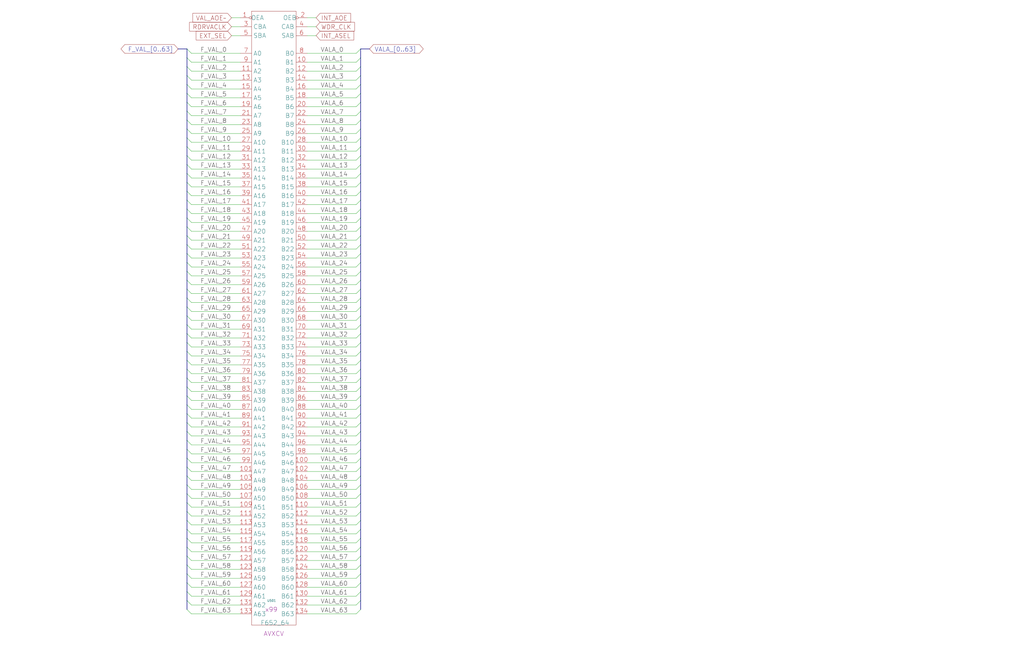
<source format=kicad_sch>
(kicad_sch (version 20230121) (generator eeschema)
  (paper "User" 584.2 378.46)
  (title_block (title "AXCVR\\nVALUE") (date "08-MAR-90") (rev "0.0") (comment 1 "MEM32 BOARD") (comment 2 "232-003066") (comment 3 "S400") (comment 4 "RELEASED"))
  (lib_symbols
    (symbol "r1000:F652_64" (pin_names (offset 1.016))
      (property "Reference" "U" (at 2.54 5.08 0))
      (property "Value" "F652_64" (at -3.81 -7.62 0))
      (property "Location" "___" (at -1.27 0 0))
      (property "Name" "______" (at 3.81 -15.24 0))
      (symbol "F652_64_1_1"
        (circle (center -9.525 337.82) (radius 0.635))
        (rectangle (start -8.89 341.63) (end 16.51 -8.89))
        (circle (center 17.145 337.82) (radius 0.635))
        (pin input line (at -15.24 337.82 0) (length 5.08) (name "OEA") (number "1"))
        (pin bidirectional line (at 22.86 312.42 180) (length 6.35) (name "B1") (number "10"))
        (pin bidirectional line (at 22.86 83.82 180) (length 6.35) (name "B46") (number "100"))
        (pin bidirectional line (at -15.24 78.74 0) (length 6.35) (name "A47") (number "101"))
        (pin bidirectional line (at 22.86 78.74 180) (length 6.35) (name "B47") (number "102"))
        (pin bidirectional line (at -15.24 73.66 0) (length 6.35) (name "A48") (number "103"))
        (pin bidirectional line (at 22.86 73.66 180) (length 6.35) (name "B48") (number "104"))
        (pin bidirectional line (at -15.24 68.58 0) (length 6.35) (name "A49") (number "105"))
        (pin bidirectional line (at 22.86 68.58 180) (length 6.35) (name "B49") (number "106"))
        (pin bidirectional line (at -15.24 63.5 0) (length 6.35) (name "A50") (number "107"))
        (pin bidirectional line (at 22.86 63.5 180) (length 6.35) (name "B50") (number "108"))
        (pin bidirectional line (at -15.24 58.42 0) (length 6.35) (name "A51") (number "109"))
        (pin bidirectional line (at -15.24 307.34 0) (length 6.35) (name "A2") (number "11"))
        (pin bidirectional line (at 22.86 58.42 180) (length 6.35) (name "B51") (number "110"))
        (pin bidirectional line (at -15.24 53.34 0) (length 6.35) (name "A52") (number "111"))
        (pin bidirectional line (at 22.86 53.34 180) (length 6.35) (name "B52") (number "112"))
        (pin bidirectional line (at -15.24 48.26 0) (length 6.35) (name "A53") (number "113"))
        (pin bidirectional line (at 22.86 48.26 180) (length 6.35) (name "B53") (number "114"))
        (pin bidirectional line (at -15.24 43.18 0) (length 6.35) (name "A54") (number "115"))
        (pin bidirectional line (at 22.86 43.18 180) (length 6.35) (name "B54") (number "116"))
        (pin bidirectional line (at -15.24 38.1 0) (length 6.35) (name "A55") (number "117"))
        (pin bidirectional line (at 22.86 38.1 180) (length 6.35) (name "B55") (number "118"))
        (pin bidirectional line (at -15.24 33.02 0) (length 6.35) (name "A56") (number "119"))
        (pin bidirectional line (at 22.86 307.34 180) (length 6.35) (name "B2") (number "12"))
        (pin bidirectional line (at 22.86 33.02 180) (length 6.35) (name "B56") (number "120"))
        (pin bidirectional line (at -15.24 27.94 0) (length 6.35) (name "A57") (number "121"))
        (pin bidirectional line (at 22.86 27.94 180) (length 6.35) (name "B57") (number "122"))
        (pin bidirectional line (at -15.24 22.86 0) (length 6.35) (name "A58") (number "123"))
        (pin bidirectional line (at 22.86 22.86 180) (length 6.35) (name "B58") (number "124"))
        (pin bidirectional line (at -15.24 17.78 0) (length 6.35) (name "A59") (number "125"))
        (pin bidirectional line (at 22.86 17.78 180) (length 6.35) (name "B59") (number "126"))
        (pin bidirectional line (at -15.24 12.7 0) (length 6.35) (name "A60") (number "127"))
        (pin bidirectional line (at 22.86 12.7 180) (length 6.35) (name "B60") (number "128"))
        (pin bidirectional line (at -15.24 7.62 0) (length 6.35) (name "A61") (number "129"))
        (pin bidirectional line (at -15.24 302.26 0) (length 6.35) (name "A3") (number "13"))
        (pin bidirectional line (at 22.86 7.62 180) (length 6.35) (name "B61") (number "130"))
        (pin bidirectional line (at -15.24 2.54 0) (length 6.35) (name "A62") (number "131"))
        (pin bidirectional line (at 22.86 2.54 180) (length 6.35) (name "B62") (number "132"))
        (pin bidirectional line (at -15.24 -2.54 0) (length 6.35) (name "A63") (number "133"))
        (pin bidirectional line (at 22.86 -2.54 180) (length 6.35) (name "B63") (number "134"))
        (pin bidirectional line (at 22.86 302.26 180) (length 6.35) (name "B3") (number "14"))
        (pin bidirectional line (at -15.24 297.18 0) (length 6.35) (name "A4") (number "15"))
        (pin bidirectional line (at 22.86 297.18 180) (length 6.35) (name "B4") (number "16"))
        (pin bidirectional line (at -15.24 292.1 0) (length 6.35) (name "A5") (number "17"))
        (pin bidirectional line (at 22.86 292.1 180) (length 6.35) (name "B5") (number "18"))
        (pin bidirectional line (at -15.24 287.02 0) (length 6.35) (name "A6") (number "19"))
        (pin input line (at 22.86 337.82 180) (length 5.08) (name "OEB") (number "2"))
        (pin bidirectional line (at 22.86 287.02 180) (length 6.35) (name "B6") (number "20"))
        (pin bidirectional line (at -15.24 281.94 0) (length 6.35) (name "A7") (number "21"))
        (pin bidirectional line (at 22.86 281.94 180) (length 6.35) (name "B7") (number "22"))
        (pin bidirectional line (at -15.24 276.86 0) (length 6.35) (name "A8") (number "23"))
        (pin bidirectional line (at 22.86 276.86 180) (length 6.35) (name "B8") (number "24"))
        (pin bidirectional line (at -15.24 271.78 0) (length 6.35) (name "A9") (number "25"))
        (pin bidirectional line (at 22.86 271.78 180) (length 6.35) (name "B9") (number "26"))
        (pin bidirectional line (at -15.24 266.7 0) (length 6.35) (name "A10") (number "27"))
        (pin bidirectional line (at 22.86 266.7 180) (length 6.35) (name "B10") (number "28"))
        (pin bidirectional line (at -15.24 261.62 0) (length 6.35) (name "A11") (number "29"))
        (pin input line (at -15.24 332.74 0) (length 6.35) (name "CBA") (number "3"))
        (pin bidirectional line (at 22.86 261.62 180) (length 6.35) (name "B11") (number "30"))
        (pin bidirectional line (at -15.24 256.54 0) (length 6.35) (name "A12") (number "31"))
        (pin bidirectional line (at 22.86 256.54 180) (length 6.35) (name "B12") (number "32"))
        (pin bidirectional line (at -15.24 251.46 0) (length 6.35) (name "A13") (number "33"))
        (pin bidirectional line (at 22.86 251.46 180) (length 6.35) (name "B13") (number "34"))
        (pin bidirectional line (at -15.24 246.38 0) (length 6.35) (name "A14") (number "35"))
        (pin bidirectional line (at 22.86 246.38 180) (length 6.35) (name "B14") (number "36"))
        (pin bidirectional line (at -15.24 241.3 0) (length 6.35) (name "A15") (number "37"))
        (pin bidirectional line (at 22.86 241.3 180) (length 6.35) (name "B15") (number "38"))
        (pin bidirectional line (at -15.24 236.22 0) (length 6.35) (name "A16") (number "39"))
        (pin input line (at 22.86 332.74 180) (length 6.35) (name "CAB") (number "4"))
        (pin bidirectional line (at 22.86 236.22 180) (length 6.35) (name "B16") (number "40"))
        (pin bidirectional line (at -15.24 231.14 0) (length 6.35) (name "A17") (number "41"))
        (pin bidirectional line (at 22.86 231.14 180) (length 6.35) (name "B17") (number "42"))
        (pin bidirectional line (at -15.24 226.06 0) (length 6.35) (name "A18") (number "43"))
        (pin bidirectional line (at 22.86 226.06 180) (length 6.35) (name "B18") (number "44"))
        (pin bidirectional line (at -15.24 220.98 0) (length 6.35) (name "A19") (number "45"))
        (pin bidirectional line (at 22.86 220.98 180) (length 6.35) (name "B19") (number "46"))
        (pin bidirectional line (at -15.24 215.9 0) (length 6.35) (name "A20") (number "47"))
        (pin bidirectional line (at 22.86 215.9 180) (length 6.35) (name "B20") (number "48"))
        (pin bidirectional line (at -15.24 210.82 0) (length 6.35) (name "A21") (number "49"))
        (pin input line (at -15.24 327.66 0) (length 6.35) (name "SBA") (number "5"))
        (pin bidirectional line (at 22.86 210.82 180) (length 6.35) (name "B21") (number "50"))
        (pin bidirectional line (at -15.24 205.74 0) (length 6.35) (name "A22") (number "51"))
        (pin bidirectional line (at 22.86 205.74 180) (length 6.35) (name "B22") (number "52"))
        (pin bidirectional line (at -15.24 200.66 0) (length 6.35) (name "A23") (number "53"))
        (pin bidirectional line (at 22.86 200.66 180) (length 6.35) (name "B23") (number "54"))
        (pin bidirectional line (at -15.24 195.58 0) (length 6.35) (name "A24") (number "55"))
        (pin bidirectional line (at 22.86 195.58 180) (length 6.35) (name "B24") (number "56"))
        (pin bidirectional line (at -15.24 190.5 0) (length 6.35) (name "A25") (number "57"))
        (pin bidirectional line (at 22.86 190.5 180) (length 6.35) (name "B25") (number "58"))
        (pin bidirectional line (at -15.24 185.42 0) (length 6.35) (name "A26") (number "59"))
        (pin input line (at 22.86 327.66 180) (length 6.35) (name "SAB") (number "6"))
        (pin bidirectional line (at 22.86 185.42 180) (length 6.35) (name "B26") (number "60"))
        (pin bidirectional line (at -15.24 180.34 0) (length 6.35) (name "A27") (number "61"))
        (pin bidirectional line (at 22.86 180.34 180) (length 6.35) (name "B27") (number "62"))
        (pin bidirectional line (at -15.24 175.26 0) (length 6.35) (name "A28") (number "63"))
        (pin bidirectional line (at 22.86 175.26 180) (length 6.35) (name "B28") (number "64"))
        (pin bidirectional line (at -15.24 170.18 0) (length 6.35) (name "A29") (number "65"))
        (pin bidirectional line (at 22.86 170.18 180) (length 6.35) (name "B29") (number "66"))
        (pin bidirectional line (at -15.24 165.1 0) (length 6.35) (name "A30") (number "67"))
        (pin bidirectional line (at 22.86 165.1 180) (length 6.35) (name "B30") (number "68"))
        (pin bidirectional line (at -15.24 160.02 0) (length 6.35) (name "A31") (number "69"))
        (pin bidirectional line (at -15.24 317.5 0) (length 6.35) (name "A0") (number "7"))
        (pin bidirectional line (at 22.86 160.02 180) (length 6.35) (name "B31") (number "70"))
        (pin bidirectional line (at -15.24 154.94 0) (length 6.35) (name "A32") (number "71"))
        (pin bidirectional line (at 22.86 154.94 180) (length 6.35) (name "B32") (number "72"))
        (pin bidirectional line (at -15.24 149.86 0) (length 6.35) (name "A33") (number "73"))
        (pin bidirectional line (at 22.86 149.86 180) (length 6.35) (name "B33") (number "74"))
        (pin bidirectional line (at -15.24 144.78 0) (length 6.35) (name "A34") (number "75"))
        (pin bidirectional line (at 22.86 144.78 180) (length 6.35) (name "B34") (number "76"))
        (pin bidirectional line (at -15.24 139.7 0) (length 6.35) (name "A35") (number "77"))
        (pin bidirectional line (at 22.86 139.7 180) (length 6.35) (name "B35") (number "78"))
        (pin bidirectional line (at -15.24 134.62 0) (length 6.35) (name "A36") (number "79"))
        (pin bidirectional line (at 22.86 317.5 180) (length 6.35) (name "B0") (number "8"))
        (pin bidirectional line (at 22.86 134.62 180) (length 6.35) (name "B36") (number "80"))
        (pin bidirectional line (at -15.24 129.54 0) (length 6.35) (name "A37") (number "81"))
        (pin bidirectional line (at 22.86 129.54 180) (length 6.35) (name "B37") (number "82"))
        (pin bidirectional line (at -15.24 124.46 0) (length 6.35) (name "A38") (number "83"))
        (pin bidirectional line (at 22.86 124.46 180) (length 6.35) (name "B38") (number "84"))
        (pin bidirectional line (at -15.24 119.38 0) (length 6.35) (name "A39") (number "85"))
        (pin bidirectional line (at 22.86 119.38 180) (length 6.35) (name "B39") (number "86"))
        (pin bidirectional line (at -15.24 114.3 0) (length 6.35) (name "A40") (number "87"))
        (pin bidirectional line (at 22.86 114.3 180) (length 6.35) (name "B40") (number "88"))
        (pin bidirectional line (at -15.24 109.22 0) (length 6.35) (name "A41") (number "89"))
        (pin bidirectional line (at -15.24 312.42 0) (length 6.35) (name "A1") (number "9"))
        (pin bidirectional line (at 22.86 109.22 180) (length 6.35) (name "B41") (number "90"))
        (pin bidirectional line (at -15.24 104.14 0) (length 6.35) (name "A42") (number "91"))
        (pin bidirectional line (at 22.86 104.14 180) (length 6.35) (name "B42") (number "92"))
        (pin bidirectional line (at -15.24 99.06 0) (length 6.35) (name "A43") (number "93"))
        (pin bidirectional line (at 22.86 99.06 180) (length 6.35) (name "B43") (number "94"))
        (pin bidirectional line (at -15.24 93.98 0) (length 6.35) (name "A44") (number "95"))
        (pin bidirectional line (at 22.86 93.98 180) (length 6.35) (name "B44") (number "96"))
        (pin bidirectional line (at -15.24 88.9 0) (length 6.35) (name "A45") (number "97"))
        (pin bidirectional line (at 22.86 88.9 180) (length 6.35) (name "B45") (number "98"))
        (pin bidirectional line (at -15.24 83.82 0) (length 6.35) (name "A46") (number "99"))
      )
    )
  )
  (bus_entry (at 106.68 43.18) (size 2.54 2.54))
  (bus_entry (at 106.68 104.14) (size 2.54 2.54))
  (bus_entry (at 106.68 205.74) (size 2.54 2.54))
  (bus_entry (at 106.68 297.18) (size 2.54 2.54))
  (bus_entry (at 205.74 88.9) (size -2.54 2.54))
  (bus_entry (at 106.68 347.98) (size 2.54 2.54))
  (bus_entry (at 205.74 185.42) (size -2.54 2.54))
  (bus_entry (at 106.68 93.98) (size 2.54 2.54))
  (bus_entry (at 205.74 287.02) (size -2.54 2.54))
  (bus_entry (at 205.74 266.7) (size -2.54 2.54))
  (bus_entry (at 106.68 241.3) (size 2.54 2.54))
  (bus_entry (at 205.74 83.82) (size -2.54 2.54))
  (bus_entry (at 106.68 165.1) (size 2.54 2.54))
  (bus_entry (at 106.68 38.1) (size 2.54 2.54))
  (bus_entry (at 205.74 129.54) (size -2.54 2.54))
  (bus_entry (at 106.68 236.22) (size 2.54 2.54))
  (bus_entry (at 205.74 220.98) (size -2.54 2.54))
  (bus_entry (at 205.74 337.82) (size -2.54 2.54))
  (bus_entry (at 205.74 53.34) (size -2.54 2.54))
  (bus_entry (at 205.74 170.18) (size -2.54 2.54))
  (bus_entry (at 205.74 210.82) (size -2.54 2.54))
  (bus_entry (at 106.68 58.42) (size 2.54 2.54))
  (bus_entry (at 106.68 119.38) (size 2.54 2.54))
  (bus_entry (at 106.68 307.34) (size 2.54 2.54))
  (bus_entry (at 205.74 124.46) (size -2.54 2.54))
  (bus_entry (at 106.68 185.42) (size 2.54 2.54))
  (bus_entry (at 205.74 109.22) (size -2.54 2.54))
  (bus_entry (at 106.68 246.38) (size 2.54 2.54))
  (bus_entry (at 205.74 332.74) (size -2.54 2.54))
  (bus_entry (at 205.74 73.66) (size -2.54 2.54))
  (bus_entry (at 106.68 114.3) (size 2.54 2.54))
  (bus_entry (at 106.68 63.5) (size 2.54 2.54))
  (bus_entry (at 205.74 312.42) (size -2.54 2.54))
  (bus_entry (at 205.74 114.3) (size -2.54 2.54))
  (bus_entry (at 205.74 251.46) (size -2.54 2.54))
  (bus_entry (at 205.74 302.26) (size -2.54 2.54))
  (bus_entry (at 106.68 170.18) (size 2.54 2.54))
  (bus_entry (at 205.74 195.58) (size -2.54 2.54))
  (bus_entry (at 205.74 99.06) (size -2.54 2.54))
  (bus_entry (at 106.68 180.34) (size 2.54 2.54))
  (bus_entry (at 106.68 322.58) (size 2.54 2.54))
  (bus_entry (at 205.74 347.98) (size -2.54 2.54))
  (bus_entry (at 106.68 210.82) (size 2.54 2.54))
  (bus_entry (at 205.74 58.42) (size -2.54 2.54))
  (bus_entry (at 106.68 99.06) (size 2.54 2.54))
  (bus_entry (at 205.74 342.9) (size -2.54 2.54))
  (bus_entry (at 106.68 144.78) (size 2.54 2.54))
  (bus_entry (at 205.74 63.5) (size -2.54 2.54))
  (bus_entry (at 106.68 48.26) (size 2.54 2.54))
  (bus_entry (at 205.74 231.14) (size -2.54 2.54))
  (bus_entry (at 106.68 78.74) (size 2.54 2.54))
  (bus_entry (at 205.74 276.86) (size -2.54 2.54))
  (bus_entry (at 106.68 33.02) (size 2.54 2.54))
  (bus_entry (at 106.68 83.82) (size 2.54 2.54))
  (bus_entry (at 106.68 317.5) (size 2.54 2.54))
  (bus_entry (at 106.68 139.7) (size 2.54 2.54))
  (bus_entry (at 106.68 88.9) (size 2.54 2.54))
  (bus_entry (at 205.74 307.34) (size -2.54 2.54))
  (bus_entry (at 106.68 251.46) (size 2.54 2.54))
  (bus_entry (at 205.74 281.94) (size -2.54 2.54))
  (bus_entry (at 205.74 261.62) (size -2.54 2.54))
  (bus_entry (at 205.74 256.54) (size -2.54 2.54))
  (bus_entry (at 106.68 281.94) (size 2.54 2.54))
  (bus_entry (at 106.68 271.78) (size 2.54 2.54))
  (bus_entry (at 205.74 33.02) (size -2.54 2.54))
  (bus_entry (at 106.68 261.62) (size 2.54 2.54))
  (bus_entry (at 205.74 190.5) (size -2.54 2.54))
  (bus_entry (at 205.74 119.38) (size -2.54 2.54))
  (bus_entry (at 205.74 236.22) (size -2.54 2.54))
  (bus_entry (at 205.74 175.26) (size -2.54 2.54))
  (bus_entry (at 106.68 27.94) (size 2.54 2.54))
  (bus_entry (at 106.68 134.62) (size 2.54 2.54))
  (bus_entry (at 106.68 149.86) (size 2.54 2.54))
  (bus_entry (at 106.68 129.54) (size 2.54 2.54))
  (bus_entry (at 106.68 195.58) (size 2.54 2.54))
  (bus_entry (at 106.68 287.02) (size 2.54 2.54))
  (bus_entry (at 205.74 93.98) (size -2.54 2.54))
  (bus_entry (at 205.74 149.86) (size -2.54 2.54))
  (bus_entry (at 106.68 160.02) (size 2.54 2.54))
  (bus_entry (at 205.74 48.26) (size -2.54 2.54))
  (bus_entry (at 205.74 104.14) (size -2.54 2.54))
  (bus_entry (at 205.74 160.02) (size -2.54 2.54))
  (bus_entry (at 205.74 297.18) (size -2.54 2.54))
  (bus_entry (at 205.74 139.7) (size -2.54 2.54))
  (bus_entry (at 106.68 332.74) (size 2.54 2.54))
  (bus_entry (at 106.68 200.66) (size 2.54 2.54))
  (bus_entry (at 106.68 124.46) (size 2.54 2.54))
  (bus_entry (at 106.68 266.7) (size 2.54 2.54))
  (bus_entry (at 205.74 134.62) (size -2.54 2.54))
  (bus_entry (at 205.74 144.78) (size -2.54 2.54))
  (bus_entry (at 205.74 322.58) (size -2.54 2.54))
  (bus_entry (at 205.74 215.9) (size -2.54 2.54))
  (bus_entry (at 106.68 327.66) (size 2.54 2.54))
  (bus_entry (at 205.74 27.94) (size -2.54 2.54))
  (bus_entry (at 106.68 73.66) (size 2.54 2.54))
  (bus_entry (at 205.74 200.66) (size -2.54 2.54))
  (bus_entry (at 106.68 231.14) (size 2.54 2.54))
  (bus_entry (at 205.74 165.1) (size -2.54 2.54))
  (bus_entry (at 205.74 180.34) (size -2.54 2.54))
  (bus_entry (at 106.68 256.54) (size 2.54 2.54))
  (bus_entry (at 205.74 68.58) (size -2.54 2.54))
  (bus_entry (at 205.74 205.74) (size -2.54 2.54))
  (bus_entry (at 106.68 292.1) (size 2.54 2.54))
  (bus_entry (at 106.68 276.86) (size 2.54 2.54))
  (bus_entry (at 205.74 154.94) (size -2.54 2.54))
  (bus_entry (at 106.68 175.26) (size 2.54 2.54))
  (bus_entry (at 205.74 246.38) (size -2.54 2.54))
  (bus_entry (at 106.68 220.98) (size 2.54 2.54))
  (bus_entry (at 205.74 43.18) (size -2.54 2.54))
  (bus_entry (at 106.68 109.22) (size 2.54 2.54))
  (bus_entry (at 205.74 327.66) (size -2.54 2.54))
  (bus_entry (at 106.68 68.58) (size 2.54 2.54))
  (bus_entry (at 106.68 342.9) (size 2.54 2.54))
  (bus_entry (at 205.74 78.74) (size -2.54 2.54))
  (bus_entry (at 205.74 226.06) (size -2.54 2.54))
  (bus_entry (at 205.74 317.5) (size -2.54 2.54))
  (bus_entry (at 106.68 226.06) (size 2.54 2.54))
  (bus_entry (at 205.74 38.1) (size -2.54 2.54))
  (bus_entry (at 106.68 215.9) (size 2.54 2.54))
  (bus_entry (at 106.68 312.42) (size 2.54 2.54))
  (bus_entry (at 205.74 292.1) (size -2.54 2.54))
  (bus_entry (at 106.68 302.26) (size 2.54 2.54))
  (bus_entry (at 106.68 190.5) (size 2.54 2.54))
  (bus_entry (at 106.68 53.34) (size 2.54 2.54))
  (bus_entry (at 205.74 241.3) (size -2.54 2.54))
  (bus_entry (at 106.68 337.82) (size 2.54 2.54))
  (bus_entry (at 106.68 154.94) (size 2.54 2.54))
  (bus_entry (at 205.74 271.78) (size -2.54 2.54))
  (wire (pts (xy 175.26 340.36) (xy 203.2 340.36)))
  (bus (pts (xy 205.74 236.22) (xy 205.74 241.3)))
  (wire (pts (xy 175.26 147.32) (xy 203.2 147.32)))
  (wire (pts (xy 109.22 147.32) (xy 137.16 147.32)))
  (wire (pts (xy 109.22 274.32) (xy 137.16 274.32)))
  (bus (pts (xy 205.74 220.98) (xy 205.74 226.06)))
  (bus (pts (xy 205.74 99.06) (xy 205.74 104.14)))
  (bus (pts (xy 205.74 337.82) (xy 205.74 342.9)))
  (bus (pts (xy 205.74 160.02) (xy 205.74 165.1)))
  (bus (pts (xy 205.74 149.86) (xy 205.74 154.94)))
  (wire (pts (xy 175.26 248.92) (xy 203.2 248.92)))
  (wire (pts (xy 175.26 213.36) (xy 203.2 213.36)))
  (wire (pts (xy 175.26 325.12) (xy 203.2 325.12)))
  (bus (pts (xy 205.74 302.26) (xy 205.74 307.34)))
  (wire (pts (xy 175.26 152.4) (xy 203.2 152.4)))
  (wire (pts (xy 175.26 345.44) (xy 203.2 345.44)))
  (wire (pts (xy 175.26 264.16) (xy 203.2 264.16)))
  (wire (pts (xy 175.26 208.28) (xy 203.2 208.28)))
  (wire (pts (xy 175.26 132.08) (xy 203.2 132.08)))
  (wire (pts (xy 109.22 330.2) (xy 137.16 330.2)))
  (wire (pts (xy 109.22 111.76) (xy 137.16 111.76)))
  (wire (pts (xy 109.22 127) (xy 137.16 127)))
  (bus (pts (xy 106.68 139.7) (xy 106.68 144.78)))
  (wire (pts (xy 175.26 86.36) (xy 203.2 86.36)))
  (wire (pts (xy 109.22 45.72) (xy 137.16 45.72)))
  (bus (pts (xy 205.74 332.74) (xy 205.74 337.82)))
  (wire (pts (xy 132.08 15.24) (xy 137.16 15.24)))
  (bus (pts (xy 205.74 175.26) (xy 205.74 180.34)))
  (bus (pts (xy 205.74 271.78) (xy 205.74 276.86)))
  (bus (pts (xy 205.74 119.38) (xy 205.74 124.46)))
  (bus (pts (xy 205.74 109.22) (xy 205.74 114.3)))
  (wire (pts (xy 175.26 314.96) (xy 203.2 314.96)))
  (bus (pts (xy 106.68 73.66) (xy 106.68 78.74)))
  (wire (pts (xy 109.22 101.6) (xy 137.16 101.6)))
  (wire (pts (xy 175.26 76.2) (xy 203.2 76.2)))
  (wire (pts (xy 175.26 127) (xy 203.2 127)))
  (wire (pts (xy 109.22 66.04) (xy 137.16 66.04)))
  (wire (pts (xy 109.22 350.52) (xy 137.16 350.52)))
  (wire (pts (xy 109.22 172.72) (xy 137.16 172.72)))
  (wire (pts (xy 175.26 289.56) (xy 203.2 289.56)))
  (wire (pts (xy 175.26 91.44) (xy 203.2 91.44)))
  (bus (pts (xy 205.74 190.5) (xy 205.74 195.58)))
  (bus (pts (xy 106.68 200.66) (xy 106.68 205.74)))
  (wire (pts (xy 109.22 294.64) (xy 137.16 294.64)))
  (bus (pts (xy 205.74 205.74) (xy 205.74 210.82)))
  (bus (pts (xy 205.74 256.54) (xy 205.74 261.62)))
  (wire (pts (xy 175.26 294.64) (xy 203.2 294.64)))
  (bus (pts (xy 205.74 210.82) (xy 205.74 215.9)))
  (bus (pts (xy 205.74 307.34) (xy 205.74 312.42)))
  (wire (pts (xy 175.26 111.76) (xy 203.2 111.76)))
  (wire (pts (xy 109.22 35.56) (xy 137.16 35.56)))
  (wire (pts (xy 109.22 116.84) (xy 137.16 116.84)))
  (bus (pts (xy 106.68 322.58) (xy 106.68 327.66)))
  (bus (pts (xy 205.74 266.7) (xy 205.74 271.78)))
  (bus (pts (xy 106.68 276.86) (xy 106.68 281.94)))
  (wire (pts (xy 175.26 304.8) (xy 203.2 304.8)))
  (wire (pts (xy 109.22 218.44) (xy 137.16 218.44)))
  (bus (pts (xy 205.74 215.9) (xy 205.74 220.98)))
  (wire (pts (xy 109.22 142.24) (xy 137.16 142.24)))
  (bus (pts (xy 205.74 88.9) (xy 205.74 93.98)))
  (wire (pts (xy 175.26 193.04) (xy 203.2 193.04)))
  (wire (pts (xy 175.26 187.96) (xy 203.2 187.96)))
  (bus (pts (xy 205.74 195.58) (xy 205.74 200.66)))
  (bus (pts (xy 106.68 180.34) (xy 106.68 185.42)))
  (wire (pts (xy 175.26 350.52) (xy 203.2 350.52)))
  (wire (pts (xy 175.26 137.16) (xy 203.2 137.16)))
  (bus (pts (xy 205.74 246.38) (xy 205.74 251.46)))
  (wire (pts (xy 109.22 279.4) (xy 137.16 279.4)))
  (wire (pts (xy 109.22 96.52) (xy 137.16 96.52)))
  (bus (pts (xy 106.68 170.18) (xy 106.68 175.26)))
  (bus (pts (xy 205.74 144.78) (xy 205.74 149.86)))
  (bus (pts (xy 205.74 241.3) (xy 205.74 246.38)))
  (wire (pts (xy 109.22 238.76) (xy 137.16 238.76)))
  (bus (pts (xy 205.74 317.5) (xy 205.74 322.58)))
  (wire (pts (xy 109.22 132.08) (xy 137.16 132.08)))
  (bus (pts (xy 205.74 261.62) (xy 205.74 266.7)))
  (wire (pts (xy 175.26 106.68) (xy 203.2 106.68)))
  (bus (pts (xy 106.68 190.5) (xy 106.68 195.58)))
  (wire (pts (xy 132.08 20.32) (xy 137.16 20.32)))
  (wire (pts (xy 132.08 10.16) (xy 137.16 10.16)))
  (wire (pts (xy 175.26 116.84) (xy 203.2 116.84)))
  (wire (pts (xy 175.26 71.12) (xy 203.2 71.12)))
  (wire (pts (xy 109.22 320.04) (xy 137.16 320.04)))
  (bus (pts (xy 205.74 48.26) (xy 205.74 53.34)))
  (bus (pts (xy 205.74 292.1) (xy 205.74 297.18)))
  (wire (pts (xy 109.22 198.12) (xy 137.16 198.12)))
  (wire (pts (xy 175.26 15.24) (xy 180.34 15.24)))
  (bus (pts (xy 106.68 337.82) (xy 106.68 342.9)))
  (bus (pts (xy 205.74 27.94) (xy 205.74 33.02)))
  (wire (pts (xy 109.22 254) (xy 137.16 254)))
  (bus (pts (xy 106.68 231.14) (xy 106.68 236.22)))
  (wire (pts (xy 109.22 152.4) (xy 137.16 152.4)))
  (bus (pts (xy 106.68 109.22) (xy 106.68 114.3)))
  (bus (pts (xy 205.74 200.66) (xy 205.74 205.74)))
  (wire (pts (xy 109.22 228.6) (xy 137.16 228.6)))
  (bus (pts (xy 106.68 99.06) (xy 106.68 104.14)))
  (bus (pts (xy 205.74 134.62) (xy 205.74 139.7)))
  (bus (pts (xy 106.68 58.42) (xy 106.68 63.5)))
  (wire (pts (xy 175.26 223.52) (xy 203.2 223.52)))
  (bus (pts (xy 205.74 281.94) (xy 205.74 287.02)))
  (bus (pts (xy 205.74 83.82) (xy 205.74 88.9)))
  (wire (pts (xy 175.26 30.48) (xy 203.2 30.48)))
  (wire (pts (xy 175.26 228.6) (xy 203.2 228.6)))
  (wire (pts (xy 109.22 162.56) (xy 137.16 162.56)))
  (wire (pts (xy 109.22 71.12) (xy 137.16 71.12)))
  (wire (pts (xy 175.26 162.56) (xy 203.2 162.56)))
  (bus (pts (xy 106.68 256.54) (xy 106.68 261.62)))
  (wire (pts (xy 175.26 299.72) (xy 203.2 299.72)))
  (wire (pts (xy 109.22 289.56) (xy 137.16 289.56)))
  (bus (pts (xy 106.68 292.1) (xy 106.68 297.18)))
  (wire (pts (xy 109.22 157.48) (xy 137.16 157.48)))
  (bus (pts (xy 106.68 205.74) (xy 106.68 210.82)))
  (wire (pts (xy 109.22 193.04) (xy 137.16 193.04)))
  (wire (pts (xy 109.22 40.64) (xy 137.16 40.64)))
  (wire (pts (xy 175.26 233.68) (xy 203.2 233.68)))
  (bus (pts (xy 205.74 38.1) (xy 205.74 43.18)))
  (bus (pts (xy 106.68 302.26) (xy 106.68 307.34)))
  (bus (pts (xy 106.68 165.1) (xy 106.68 170.18)))
  (wire (pts (xy 109.22 182.88) (xy 137.16 182.88)))
  (bus (pts (xy 205.74 124.46) (xy 205.74 129.54)))
  (bus (pts (xy 106.68 241.3) (xy 106.68 246.38)))
  (wire (pts (xy 109.22 299.72) (xy 137.16 299.72)))
  (wire (pts (xy 109.22 121.92) (xy 137.16 121.92)))
  (wire (pts (xy 175.26 60.96) (xy 203.2 60.96)))
  (bus (pts (xy 106.68 124.46) (xy 106.68 129.54)))
  (wire (pts (xy 175.26 96.52) (xy 203.2 96.52)))
  (wire (pts (xy 109.22 304.8) (xy 137.16 304.8)))
  (bus (pts (xy 106.68 119.38) (xy 106.68 124.46)))
  (bus (pts (xy 106.68 129.54) (xy 106.68 134.62)))
  (wire (pts (xy 175.26 20.32) (xy 180.34 20.32)))
  (wire (pts (xy 109.22 248.92) (xy 137.16 248.92)))
  (wire (pts (xy 175.26 66.04) (xy 203.2 66.04)))
  (bus (pts (xy 106.68 185.42) (xy 106.68 190.5)))
  (bus (pts (xy 205.74 312.42) (xy 205.74 317.5)))
  (wire (pts (xy 175.26 279.4) (xy 203.2 279.4)))
  (wire (pts (xy 109.22 91.44) (xy 137.16 91.44)))
  (bus (pts (xy 106.68 251.46) (xy 106.68 256.54)))
  (wire (pts (xy 175.26 121.92) (xy 203.2 121.92)))
  (wire (pts (xy 175.26 320.04) (xy 203.2 320.04)))
  (bus (pts (xy 106.68 261.62) (xy 106.68 266.7)))
  (bus (pts (xy 106.68 342.9) (xy 106.68 347.98)))
  (bus (pts (xy 106.68 27.94) (xy 106.68 33.02)))
  (bus (pts (xy 106.68 144.78) (xy 106.68 149.86)))
  (bus (pts (xy 205.74 93.98) (xy 205.74 99.06)))
  (bus (pts (xy 205.74 43.18) (xy 205.74 48.26)))
  (bus (pts (xy 106.68 149.86) (xy 106.68 154.94)))
  (wire (pts (xy 175.26 50.8) (xy 203.2 50.8)))
  (wire (pts (xy 175.26 330.2) (xy 203.2 330.2)))
  (wire (pts (xy 109.22 187.96) (xy 137.16 187.96)))
  (bus (pts (xy 106.68 48.26) (xy 106.68 53.34)))
  (bus (pts (xy 205.74 231.14) (xy 205.74 236.22)))
  (bus (pts (xy 205.74 33.02) (xy 205.74 38.1)))
  (bus (pts (xy 106.68 134.62) (xy 106.68 139.7)))
  (wire (pts (xy 109.22 81.28) (xy 137.16 81.28)))
  (bus (pts (xy 106.68 307.34) (xy 106.68 312.42)))
  (wire (pts (xy 109.22 213.36) (xy 137.16 213.36)))
  (bus (pts (xy 205.74 154.94) (xy 205.74 160.02)))
  (bus (pts (xy 205.74 170.18) (xy 205.74 175.26)))
  (wire (pts (xy 109.22 269.24) (xy 137.16 269.24)))
  (bus (pts (xy 205.74 165.1) (xy 205.74 170.18)))
  (wire (pts (xy 175.26 10.16) (xy 180.34 10.16)))
  (bus (pts (xy 101.6 27.94) (xy 106.68 27.94)))
  (wire (pts (xy 175.26 269.24) (xy 203.2 269.24)))
  (bus (pts (xy 106.68 236.22) (xy 106.68 241.3)))
  (wire (pts (xy 175.26 167.64) (xy 203.2 167.64)))
  (wire (pts (xy 109.22 30.48) (xy 137.16 30.48)))
  (wire (pts (xy 175.26 101.6) (xy 203.2 101.6)))
  (wire (pts (xy 175.26 284.48) (xy 203.2 284.48)))
  (wire (pts (xy 109.22 167.64) (xy 137.16 167.64)))
  (wire (pts (xy 175.26 81.28) (xy 203.2 81.28)))
  (wire (pts (xy 175.26 309.88) (xy 203.2 309.88)))
  (bus (pts (xy 205.74 287.02) (xy 205.74 292.1)))
  (wire (pts (xy 175.26 157.48) (xy 203.2 157.48)))
  (wire (pts (xy 175.26 35.56) (xy 203.2 35.56)))
  (wire (pts (xy 109.22 340.36) (xy 137.16 340.36)))
  (wire (pts (xy 175.26 177.8) (xy 203.2 177.8)))
  (wire (pts (xy 109.22 243.84) (xy 137.16 243.84)))
  (wire (pts (xy 109.22 314.96) (xy 137.16 314.96)))
  (bus (pts (xy 106.68 317.5) (xy 106.68 322.58)))
  (wire (pts (xy 109.22 309.88) (xy 137.16 309.88)))
  (wire (pts (xy 175.26 182.88) (xy 203.2 182.88)))
  (bus (pts (xy 205.74 226.06) (xy 205.74 231.14)))
  (wire (pts (xy 109.22 55.88) (xy 137.16 55.88)))
  (wire (pts (xy 175.26 203.2) (xy 203.2 203.2)))
  (wire (pts (xy 175.26 254) (xy 203.2 254)))
  (wire (pts (xy 109.22 259.08) (xy 137.16 259.08)))
  (bus (pts (xy 106.68 154.94) (xy 106.68 160.02)))
  (bus (pts (xy 106.68 114.3) (xy 106.68 119.38)))
  (bus (pts (xy 106.68 312.42) (xy 106.68 317.5)))
  (wire (pts (xy 109.22 233.68) (xy 137.16 233.68)))
  (bus (pts (xy 205.74 322.58) (xy 205.74 327.66)))
  (bus (pts (xy 106.68 220.98) (xy 106.68 226.06)))
  (bus (pts (xy 205.74 68.58) (xy 205.74 73.66)))
  (bus (pts (xy 106.68 104.14) (xy 106.68 109.22)))
  (bus (pts (xy 205.74 78.74) (xy 205.74 83.82)))
  (wire (pts (xy 109.22 76.2) (xy 137.16 76.2)))
  (wire (pts (xy 175.26 274.32) (xy 203.2 274.32)))
  (wire (pts (xy 109.22 335.28) (xy 137.16 335.28)))
  (bus (pts (xy 106.68 160.02) (xy 106.68 165.1)))
  (wire (pts (xy 175.26 218.44) (xy 203.2 218.44)))
  (wire (pts (xy 109.22 86.36) (xy 137.16 86.36)))
  (bus (pts (xy 205.74 342.9) (xy 205.74 347.98)))
  (bus (pts (xy 106.68 43.18) (xy 106.68 48.26)))
  (wire (pts (xy 175.26 238.76) (xy 203.2 238.76)))
  (bus (pts (xy 106.68 327.66) (xy 106.68 332.74)))
  (wire (pts (xy 109.22 60.96) (xy 137.16 60.96)))
  (wire (pts (xy 175.26 172.72) (xy 203.2 172.72)))
  (bus (pts (xy 205.74 251.46) (xy 205.74 256.54)))
  (bus (pts (xy 106.68 287.02) (xy 106.68 292.1)))
  (wire (pts (xy 175.26 142.24) (xy 203.2 142.24)))
  (bus (pts (xy 106.68 246.38) (xy 106.68 251.46)))
  (bus (pts (xy 205.74 53.34) (xy 205.74 58.42)))
  (bus (pts (xy 106.68 332.74) (xy 106.68 337.82)))
  (bus (pts (xy 205.74 58.42) (xy 205.74 63.5)))
  (bus (pts (xy 205.74 114.3) (xy 205.74 119.38)))
  (wire (pts (xy 109.22 325.12) (xy 137.16 325.12)))
  (bus (pts (xy 106.68 93.98) (xy 106.68 99.06)))
  (bus (pts (xy 106.68 63.5) (xy 106.68 68.58)))
  (bus (pts (xy 106.68 271.78) (xy 106.68 276.86)))
  (bus (pts (xy 205.74 63.5) (xy 205.74 68.58)))
  (bus (pts (xy 205.74 180.34) (xy 205.74 185.42)))
  (wire (pts (xy 175.26 198.12) (xy 203.2 198.12)))
  (bus (pts (xy 205.74 104.14) (xy 205.74 109.22)))
  (wire (pts (xy 175.26 45.72) (xy 203.2 45.72)))
  (wire (pts (xy 175.26 335.28) (xy 203.2 335.28)))
  (bus (pts (xy 205.74 327.66) (xy 205.74 332.74)))
  (bus (pts (xy 205.74 139.7) (xy 205.74 144.78)))
  (bus (pts (xy 106.68 83.82) (xy 106.68 88.9)))
  (wire (pts (xy 109.22 177.8) (xy 137.16 177.8)))
  (wire (pts (xy 109.22 208.28) (xy 137.16 208.28)))
  (bus (pts (xy 106.68 175.26) (xy 106.68 180.34)))
  (bus (pts (xy 205.74 185.42) (xy 205.74 190.5)))
  (wire (pts (xy 109.22 106.68) (xy 137.16 106.68)))
  (bus (pts (xy 210.82 27.94) (xy 205.74 27.94)))
  (bus (pts (xy 106.68 88.9) (xy 106.68 93.98)))
  (wire (pts (xy 175.26 259.08) (xy 203.2 259.08)))
  (bus (pts (xy 106.68 226.06) (xy 106.68 231.14)))
  (bus (pts (xy 106.68 53.34) (xy 106.68 58.42)))
  (bus (pts (xy 106.68 210.82) (xy 106.68 215.9)))
  (wire (pts (xy 109.22 50.8) (xy 137.16 50.8)))
  (bus (pts (xy 106.68 33.02) (xy 106.68 38.1)))
  (bus (pts (xy 106.68 215.9) (xy 106.68 220.98)))
  (bus (pts (xy 106.68 266.7) (xy 106.68 271.78)))
  (bus (pts (xy 106.68 78.74) (xy 106.68 83.82)))
  (bus (pts (xy 205.74 73.66) (xy 205.74 78.74)))
  (wire (pts (xy 175.26 40.64) (xy 203.2 40.64)))
  (wire (pts (xy 175.26 243.84) (xy 203.2 243.84)))
  (wire (pts (xy 109.22 137.16) (xy 137.16 137.16)))
  (wire (pts (xy 109.22 345.44) (xy 137.16 345.44)))
  (bus (pts (xy 205.74 129.54) (xy 205.74 134.62)))
  (bus (pts (xy 205.74 297.18) (xy 205.74 302.26)))
  (bus (pts (xy 106.68 297.18) (xy 106.68 302.26)))
  (bus (pts (xy 106.68 68.58) (xy 106.68 73.66)))
  (bus (pts (xy 106.68 38.1) (xy 106.68 43.18)))
  (wire (pts (xy 109.22 284.48) (xy 137.16 284.48)))
  (bus (pts (xy 106.68 281.94) (xy 106.68 287.02)))
  (bus (pts (xy 106.68 195.58) (xy 106.68 200.66)))
  (wire (pts (xy 109.22 223.52) (xy 137.16 223.52)))
  (bus (pts (xy 205.74 276.86) (xy 205.74 281.94)))
  (wire (pts (xy 175.26 55.88) (xy 203.2 55.88)))
  (wire (pts (xy 109.22 203.2) (xy 137.16 203.2)))
  (wire (pts (xy 109.22 264.16) (xy 137.16 264.16)))
  (label "VALA_23" (at 182.88 147.32 0) (effects (font (size 2.54 2.54))))
  (label "VALA_17" (at 182.88 116.84 0) (effects (font (size 2.54 2.54))))
  (label "F_VAL_43" (at 114.3 248.92 0) (effects (font (size 2.54 2.54))))
  (label "F_VAL_11" (at 114.3 86.36 0) (effects (font (size 2.54 2.54))))
  (label "F_VAL_26" (at 114.3 162.56 0) (effects (font (size 2.54 2.54))))
  (label "VALA_34" (at 182.88 203.2 0) (effects (font (size 2.54 2.54))))
  (label "VALA_57" (at 182.88 320.04 0) (effects (font (size 2.54 2.54))))
  (label "F_VAL_49" (at 114.3 279.4 0) (effects (font (size 2.54 2.54))))
  (label "VALA_50" (at 182.88 284.48 0) (effects (font (size 2.54 2.54))))
  (label "F_VAL_24" (at 114.3 152.4 0) (effects (font (size 2.54 2.54))))
  (label "VALA_61" (at 182.88 340.36 0) (effects (font (size 2.54 2.54))))
  (label "VALA_21" (at 182.88 137.16 0) (effects (font (size 2.54 2.54))))
  (label "F_VAL_60" (at 114.3 335.28 0) (effects (font (size 2.54 2.54))))
  (label "VALA_39" (at 182.88 228.6 0) (effects (font (size 2.54 2.54))))
  (label "VALA_54" (at 182.88 304.8 0) (effects (font (size 2.54 2.54))))
  (label "F_VAL_21" (at 114.3 137.16 0) (effects (font (size 2.54 2.54))))
  (label "VALA_41" (at 182.88 238.76 0) (effects (font (size 2.54 2.54))))
  (label "VALA_28" (at 182.88 172.72 0) (effects (font (size 2.54 2.54))))
  (label "VALA_6" (at 182.88 60.96 0) (effects (font (size 2.54 2.54))))
  (label "F_VAL_17" (at 114.3 116.84 0) (effects (font (size 2.54 2.54))))
  (label "VALA_5" (at 182.88 55.88 0) (effects (font (size 2.54 2.54))))
  (label "F_VAL_63" (at 114.3 350.52 0) (effects (font (size 2.54 2.54))))
  (label "F_VAL_38" (at 114.3 223.52 0) (effects (font (size 2.54 2.54))))
  (label "VALA_26" (at 182.88 162.56 0) (effects (font (size 2.54 2.54))))
  (label "VALA_59" (at 182.88 330.2 0) (effects (font (size 2.54 2.54))))
  (label "VALA_7" (at 182.88 66.04 0) (effects (font (size 2.54 2.54))))
  (label "VALA_30" (at 182.88 182.88 0) (effects (font (size 2.54 2.54))))
  (label "F_VAL_5" (at 114.3 55.88 0) (effects (font (size 2.54 2.54))))
  (label "F_VAL_30" (at 114.3 182.88 0) (effects (font (size 2.54 2.54))))
  (label "VALA_36" (at 182.88 213.36 0) (effects (font (size 2.54 2.54))))
  (label "F_VAL_20" (at 114.3 132.08 0) (effects (font (size 2.54 2.54))))
  (label "VALA_9" (at 182.88 76.2 0) (effects (font (size 2.54 2.54))))
  (label "VALA_10" (at 182.88 81.28 0) (effects (font (size 2.54 2.54))))
  (label "VALA_60" (at 182.88 335.28 0) (effects (font (size 2.54 2.54))))
  (label "VALA_2" (at 182.88 40.64 0) (effects (font (size 2.54 2.54))))
  (label "F_VAL_13" (at 114.3 96.52 0) (effects (font (size 2.54 2.54))))
  (label "VALA_35" (at 182.88 208.28 0) (effects (font (size 2.54 2.54))))
  (label "F_VAL_53" (at 114.3 299.72 0) (effects (font (size 2.54 2.54))))
  (label "VALA_43" (at 182.88 248.92 0) (effects (font (size 2.54 2.54))))
  (label "VALA_3" (at 182.88 45.72 0) (effects (font (size 2.54 2.54))))
  (label "F_VAL_1" (at 114.3 35.56 0) (effects (font (size 2.54 2.54))))
  (label "VALA_55" (at 182.88 309.88 0) (effects (font (size 2.54 2.54))))
  (label "F_VAL_48" (at 114.3 274.32 0) (effects (font (size 2.54 2.54))))
  (label "F_VAL_22" (at 114.3 142.24 0) (effects (font (size 2.54 2.54))))
  (label "F_VAL_3" (at 114.3 45.72 0) (effects (font (size 2.54 2.54))))
  (label "VALA_19" (at 182.88 127 0) (effects (font (size 2.54 2.54))))
  (label "F_VAL_45" (at 114.3 259.08 0) (effects (font (size 2.54 2.54))))
  (label "F_VAL_4" (at 114.3 50.8 0) (effects (font (size 2.54 2.54))))
  (label "VALA_15" (at 182.88 106.68 0) (effects (font (size 2.54 2.54))))
  (label "F_VAL_29" (at 114.3 177.8 0) (effects (font (size 2.54 2.54))))
  (label "F_VAL_57" (at 114.3 320.04 0) (effects (font (size 2.54 2.54))))
  (label "F_VAL_46" (at 114.3 264.16 0) (effects (font (size 2.54 2.54))))
  (label "F_VAL_19" (at 114.3 127 0) (effects (font (size 2.54 2.54))))
  (label "F_VAL_8" (at 114.3 71.12 0) (effects (font (size 2.54 2.54))))
  (label "F_VAL_23" (at 114.3 147.32 0) (effects (font (size 2.54 2.54))))
  (label "VALA_45" (at 182.88 259.08 0) (effects (font (size 2.54 2.54))))
  (label "F_VAL_12" (at 114.3 91.44 0) (effects (font (size 2.54 2.54))))
  (label "F_VAL_18" (at 114.3 121.92 0) (effects (font (size 2.54 2.54))))
  (label "VALA_33" (at 182.88 198.12 0) (effects (font (size 2.54 2.54))))
  (label "VALA_14" (at 182.88 101.6 0) (effects (font (size 2.54 2.54))))
  (label "F_VAL_50" (at 114.3 284.48 0) (effects (font (size 2.54 2.54))))
  (label "F_VAL_56" (at 114.3 314.96 0) (effects (font (size 2.54 2.54))))
  (label "F_VAL_61" (at 114.3 340.36 0) (effects (font (size 2.54 2.54))))
  (label "VALA_31" (at 182.88 187.96 0) (effects (font (size 2.54 2.54))))
  (label "F_VAL_58" (at 114.3 325.12 0) (effects (font (size 2.54 2.54))))
  (label "F_VAL_41" (at 114.3 238.76 0) (effects (font (size 2.54 2.54))))
  (label "F_VAL_54" (at 114.3 304.8 0) (effects (font (size 2.54 2.54))))
  (label "F_VAL_15" (at 114.3 106.68 0) (effects (font (size 2.54 2.54))))
  (label "F_VAL_55" (at 114.3 309.88 0) (effects (font (size 2.54 2.54))))
  (label "VALA_56" (at 182.88 314.96 0) (effects (font (size 2.54 2.54))))
  (label "F_VAL_52" (at 114.3 294.64 0) (effects (font (size 2.54 2.54))))
  (label "VALA_12" (at 182.88 91.44 0) (effects (font (size 2.54 2.54))))
  (label "F_VAL_0" (at 114.3 30.48 0) (effects (font (size 2.54 2.54))))
  (label "VALA_22" (at 182.88 142.24 0) (effects (font (size 2.54 2.54))))
  (label "F_VAL_62" (at 114.3 345.44 0) (effects (font (size 2.54 2.54))))
  (label "F_VAL_37" (at 114.3 218.44 0) (effects (font (size 2.54 2.54))))
  (label "F_VAL_2" (at 114.3 40.64 0) (effects (font (size 2.54 2.54))))
  (label "VALA_1" (at 182.88 35.56 0) (effects (font (size 2.54 2.54))))
  (label "VALA_62" (at 182.88 345.44 0) (effects (font (size 2.54 2.54))))
  (label "VALA_53" (at 182.88 299.72 0) (effects (font (size 2.54 2.54))))
  (label "VALA_13" (at 182.88 96.52 0) (effects (font (size 2.54 2.54))))
  (label "VALA_4" (at 182.88 50.8 0) (effects (font (size 2.54 2.54))))
  (label "VALA_16" (at 182.88 111.76 0) (effects (font (size 2.54 2.54))))
  (label "F_VAL_34" (at 114.3 203.2 0) (effects (font (size 2.54 2.54))))
  (label "VALA_11" (at 182.88 86.36 0) (effects (font (size 2.54 2.54))))
  (label "F_VAL_47" (at 114.3 269.24 0) (effects (font (size 2.54 2.54))))
  (label "F_VAL_9" (at 114.3 76.2 0) (effects (font (size 2.54 2.54))))
  (label "F_VAL_33" (at 114.3 198.12 0) (effects (font (size 2.54 2.54))))
  (label "VALA_29" (at 182.88 177.8 0) (effects (font (size 2.54 2.54))))
  (label "VALA_52" (at 182.88 294.64 0) (effects (font (size 2.54 2.54))))
  (label "F_VAL_14" (at 114.3 101.6 0) (effects (font (size 2.54 2.54))))
  (label "VALA_40" (at 182.88 233.68 0) (effects (font (size 2.54 2.54))))
  (label "VALA_25" (at 182.88 157.48 0) (effects (font (size 2.54 2.54))))
  (label "VALA_32" (at 182.88 193.04 0) (effects (font (size 2.54 2.54))))
  (label "VALA_46" (at 182.88 264.16 0) (effects (font (size 2.54 2.54))))
  (label "VALA_18" (at 182.88 121.92 0) (effects (font (size 2.54 2.54))))
  (label "F_VAL_42" (at 114.3 243.84 0) (effects (font (size 2.54 2.54))))
  (label "F_VAL_27" (at 114.3 167.64 0) (effects (font (size 2.54 2.54))))
  (label "VALA_42" (at 182.88 243.84 0) (effects (font (size 2.54 2.54))))
  (label "F_VAL_36" (at 114.3 213.36 0) (effects (font (size 2.54 2.54))))
  (label "VALA_27" (at 182.88 167.64 0) (effects (font (size 2.54 2.54))))
  (label "F_VAL_35" (at 114.3 208.28 0) (effects (font (size 2.54 2.54))))
  (label "VALA_24" (at 182.88 152.4 0) (effects (font (size 2.54 2.54))))
  (label "F_VAL_32" (at 114.3 193.04 0) (effects (font (size 2.54 2.54))))
  (label "F_VAL_44" (at 114.3 254 0) (effects (font (size 2.54 2.54))))
  (label "F_VAL_16" (at 114.3 111.76 0) (effects (font (size 2.54 2.54))))
  (label "VALA_47" (at 182.88 269.24 0) (effects (font (size 2.54 2.54))))
  (label "F_VAL_39" (at 114.3 228.6 0) (effects (font (size 2.54 2.54))))
  (label "VALA_0" (at 182.88 30.48 0) (effects (font (size 2.54 2.54))))
  (label "F_VAL_7" (at 114.3 66.04 0) (effects (font (size 2.54 2.54))))
  (label "VALA_63" (at 182.88 350.52 0) (effects (font (size 2.54 2.54))))
  (label "F_VAL_25" (at 114.3 157.48 0) (effects (font (size 2.54 2.54))))
  (label "VALA_37" (at 182.88 218.44 0) (effects (font (size 2.54 2.54))))
  (label "F_VAL_59" (at 114.3 330.2 0) (effects (font (size 2.54 2.54))))
  (label "F_VAL_10" (at 114.3 81.28 0) (effects (font (size 2.54 2.54))))
  (label "VALA_20" (at 182.88 132.08 0) (effects (font (size 2.54 2.54))))
  (label "F_VAL_51" (at 114.3 289.56 0) (effects (font (size 2.54 2.54))))
  (label "VALA_38" (at 182.88 223.52 0) (effects (font (size 2.54 2.54))))
  (label "F_VAL_28" (at 114.3 172.72 0) (effects (font (size 2.54 2.54))))
  (label "F_VAL_31" (at 114.3 187.96 0) (effects (font (size 2.54 2.54))))
  (label "VALA_58" (at 182.88 325.12 0) (effects (font (size 2.54 2.54))))
  (label "F_VAL_6" (at 114.3 60.96 0) (effects (font (size 2.54 2.54))))
  (label "VALA_8" (at 182.88 71.12 0) (effects (font (size 2.54 2.54))))
  (label "F_VAL_40" (at 114.3 233.68 0) (effects (font (size 2.54 2.54))))
  (label "VALA_51" (at 182.88 289.56 0) (effects (font (size 2.54 2.54))))
  (label "VALA_49" (at 182.88 279.4 0) (effects (font (size 2.54 2.54))))
  (label "VALA_44" (at 182.88 254 0) (effects (font (size 2.54 2.54))))
  (label "VALA_48" (at 182.88 274.32 0) (effects (font (size 2.54 2.54))))
  (global_label "RDRVACLK" (shape input) (at 132.08 15.24 180) (effects (font (size 2.54 2.54))) (property "Intersheetrefs" "${INTERSHEET_REFS}" (at 107.4767 15.24 0) (effects (font (size 1.905 1.905)) (justify right))))
  (global_label "EXT_SEL" (shape input) (at 132.08 20.32 180) (effects (font (size 2.54 2.54))) (property "Intersheetrefs" "${INTERSHEET_REFS}" (at 109.0492 20.32 0) (effects (font (size 1.905 1.905)) (justify right))))
  (global_label "VAL_AOE~" (shape input) (at 132.08 10.16 180) (effects (font (size 2.54 2.54))) (property "Intersheetrefs" "${INTERSHEET_REFS}" (at 109.7159 10.0013 0) (effects (font (size 1.905 1.905)) (justify right))))
  (global_label "INT_ASEL" (shape input) (at 180.34 20.32 0) (effects (font (size 2.54 2.54))) (property "Intersheetrefs" "${INTERSHEET_REFS}" (at 201.8574 20.1613 0) (effects (font (size 1.905 1.905)) (justify left))))
  (global_label "VALA_[0..63]" (shape bidirectional) (at 210.82 27.94 0) (effects (font (size 2.54 2.54))) (property "Intersheetrefs" "${INTERSHEET_REFS}" (at 239.4736 27.7813 0) (effects (font (size 1.905 1.905)) (justify left))))
  (global_label "F_VAL_[0..63]" (shape bidirectional) (at 101.6 27.94 180) (effects (font (size 2.54 2.54))) (property "Intersheetrefs" "${INTERSHEET_REFS}" (at 71.0111 27.7813 0) (effects (font (size 1.905 1.905)) (justify right))))
  (global_label "INT_AOE" (shape input) (at 180.34 10.16 0) (effects (font (size 2.54 2.54))) (property "Intersheetrefs" "${INTERSHEET_REFS}" (at 200.0431 10.0013 0) (effects (font (size 1.905 1.905)) (justify left))))
  (global_label "WDR_CLK" (shape input) (at 180.34 15.24 0) (effects (font (size 2.54 2.54))) (property "Intersheetrefs" "${INTERSHEET_REFS}" (at 205.0643 15.24 0) (effects (font (size 1.905 1.905)) (justify left))))
  (symbol (lib_id "r1000:F652_64") (at 152.4 347.98 0) (unit 1)
    (property "Reference" "U501" (at 154.94 342.9 0))
    (property "Value" "F652_64" (at 148.59 355.6 0) (effects (font (size 2.54 2.54)) (justify left)))
    (property "Location" "x99" (at 151.13 347.98 0) (effects (font (size 2.54 2.54)) (justify left)))
    (property "Name" "AVXCV" (at 156.21 363.22 0) (effects (font (size 2.54 2.54)) (justify bottom)))
  )
)
</source>
